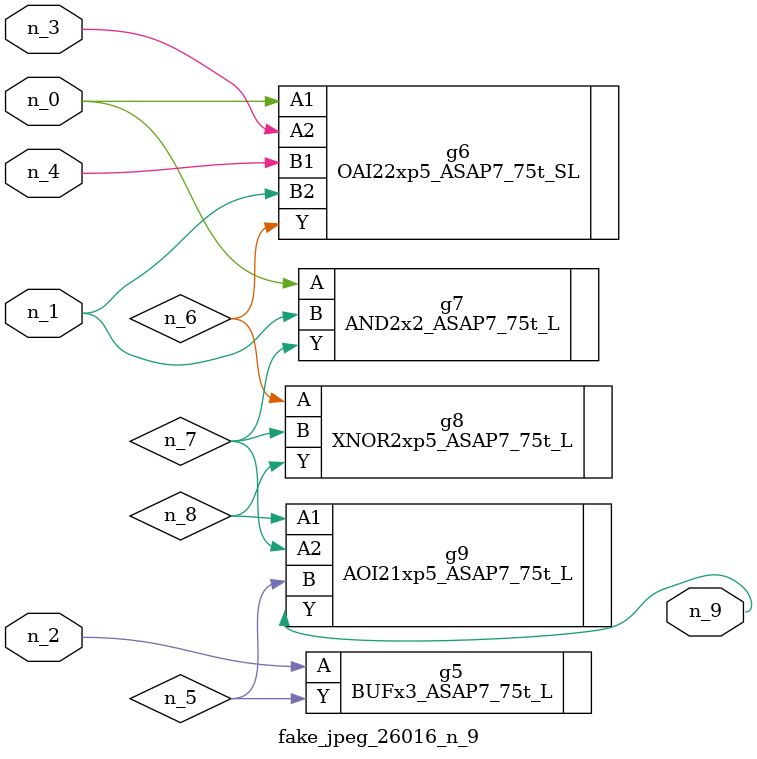
<source format=v>
module fake_jpeg_26016_n_9 (n_3, n_2, n_1, n_0, n_4, n_9);

input n_3;
input n_2;
input n_1;
input n_0;
input n_4;

output n_9;

wire n_8;
wire n_6;
wire n_5;
wire n_7;

BUFx3_ASAP7_75t_L g5 ( 
.A(n_2),
.Y(n_5)
);

OAI22xp5_ASAP7_75t_SL g6 ( 
.A1(n_0),
.A2(n_3),
.B1(n_4),
.B2(n_1),
.Y(n_6)
);

AND2x2_ASAP7_75t_L g7 ( 
.A(n_0),
.B(n_1),
.Y(n_7)
);

XNOR2xp5_ASAP7_75t_L g8 ( 
.A(n_6),
.B(n_7),
.Y(n_8)
);

AOI21xp5_ASAP7_75t_L g9 ( 
.A1(n_8),
.A2(n_7),
.B(n_5),
.Y(n_9)
);


endmodule
</source>
